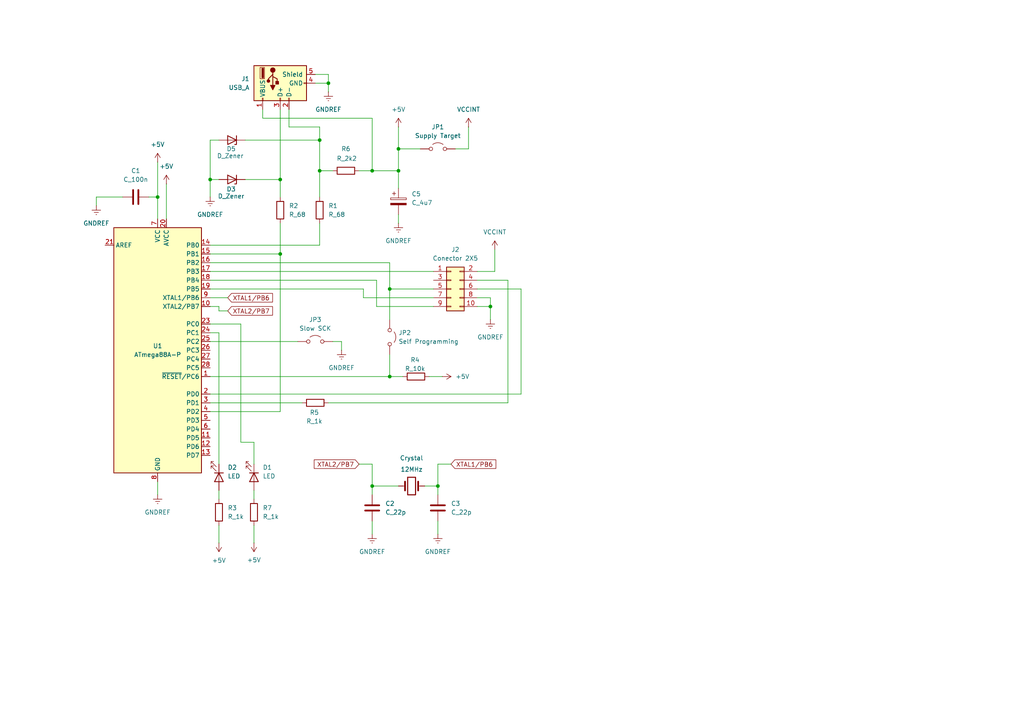
<source format=kicad_sch>
(kicad_sch (version 20231120) (generator "eeschema") (generator_version "8.0")
  (paper "A4")
  (lib_symbols
    (symbol "Connector:USB_A" (pin_names (offset 1.016))
      (property "Reference" "J" (at -5.08 11.43 0))
      (property "Value" "USB_A" (at -5.08 8.89 0))
      (symbol "USB_A_0_1"
        (rectangle (start -5.08 -7.62) (end 5.08 7.62) (stroke (width 0.254)) (fill (type background)))
        (circle (center -3.81 2.159) (radius 0.635) (stroke (width 0.254)) (fill (type outline)))
        (rectangle (start -1.524 4.826) (end -4.318 5.334) (fill (type outline)))
        (rectangle (start -1.27 4.572) (end -4.572 5.842))
        (circle (center -0.635 3.429) (radius 0.381) (stroke (width 0.254)) (fill (type outline)))
        (rectangle (start -0.127 -7.62) (end 0.127 -6.858))
        (polyline (pts (xy -3.175 2.159) (xy -2.54 2.159) (xy -1.27 3.429) (xy -0.635 3.429)) (stroke (width 0.254)))
        (polyline (pts (xy -2.54 2.159) (xy -1.905 2.159) (xy -1.27 0.889) (xy 0 0.889)) (stroke (width 0.254)))
        (polyline (pts (xy 0.635 2.794) (xy 0.635 1.524) (xy 1.905 2.159) (xy 0.635 2.794)) (stroke (width 0.254)) (fill (type outline)))
        (rectangle (start 0.254 1.27) (end -0.508 0.508) (stroke (width 0.254)) (fill (type outline)))
        (rectangle (start 5.08 -2.667) (end 4.318 -2.413))
        (rectangle (start 5.08 -0.127) (end 4.318 0.127))
        (rectangle (start 5.08 4.953) (end 4.318 5.207))
      )
      (symbol "USB_A_1_1"
        (polyline (pts (xy -1.905 2.159) (xy 0.635 2.159)) (stroke (width 0.254)))
        (pin power_in line (at 7.62 5.08 180) (length 2.54) (name "VBUS") (number "1"))
        (pin bidirectional line (at 7.62 -2.54 180) (length 2.54) (name "D-") (number "2"))
        (pin bidirectional line (at 7.62 0 180) (length 2.54) (name "D+") (number "3"))
        (pin power_in line (at 0 -10.16 90) (length 2.54) (name "GND") (number "4"))
        (pin passive line (at -2.54 -10.16 90) (length 2.54) (name "Shield") (number "5"))
      )
    )
    (symbol "Connector_Generic:Conn_02x05_Odd_Even" (pin_names (offset 1.016) hide)
      (property "Reference" "J" (at 1.27 7.62 0))
      (property "Value" "Conn_02x05_Odd_Even" (at 1.27 -7.62 0))
      (symbol "Conn_02x05_Odd_Even_1_1"
        (rectangle (start -1.27 -4.953) (end 0 -5.207) (stroke (width 0.1524)))
        (rectangle (start -1.27 -2.413) (end 0 -2.667) (stroke (width 0.1524)))
        (rectangle (start -1.27 0.127) (end 0 -0.127) (stroke (width 0.1524)))
        (rectangle (start -1.27 2.667) (end 0 2.413) (stroke (width 0.1524)))
        (rectangle (start -1.27 5.207) (end 0 4.953) (stroke (width 0.1524)))
        (rectangle (start -1.27 6.35) (end 3.81 -6.35) (stroke (width 0.254)) (fill (type background)))
        (rectangle (start 3.81 -4.953) (end 2.54 -5.207) (stroke (width 0.1524)))
        (rectangle (start 3.81 -2.413) (end 2.54 -2.667) (stroke (width 0.1524)))
        (rectangle (start 3.81 0.127) (end 2.54 -0.127) (stroke (width 0.1524)))
        (rectangle (start 3.81 2.667) (end 2.54 2.413) (stroke (width 0.1524)))
        (rectangle (start 3.81 5.207) (end 2.54 4.953) (stroke (width 0.1524)))
        (pin passive line (at -5.08 5.08 0) (length 3.81) (name "Pin_1") (number "1"))
        (pin passive line (at 7.62 -5.08 180) (length 3.81) (name "Pin_10") (number "10"))
        (pin passive line (at 7.62 5.08 180) (length 3.81) (name "Pin_2") (number "2"))
        (pin passive line (at -5.08 2.54 0) (length 3.81) (name "Pin_3") (number "3"))
        (pin passive line (at 7.62 2.54 180) (length 3.81) (name "Pin_4") (number "4"))
        (pin passive line (at -5.08 0 0) (length 3.81) (name "Pin_5") (number "5"))
        (pin passive line (at 7.62 0 180) (length 3.81) (name "Pin_6") (number "6"))
        (pin passive line (at -5.08 -2.54 0) (length 3.81) (name "Pin_7") (number "7"))
        (pin passive line (at 7.62 -2.54 180) (length 3.81) (name "Pin_8") (number "8"))
        (pin passive line (at -5.08 -5.08 0) (length 3.81) (name "Pin_9") (number "9"))
      )
    )
    (symbol "Device:C" (pin_numbers hide) (pin_names (offset 0.254))
      (property "Reference" "C" (at 0.635 2.54 0))
      (property "Value" "C" (at 0.635 -2.54 0))
      (symbol "C_0_1"
        (polyline (pts (xy -2.032 -0.762) (xy 2.032 -0.762)) (stroke (width 0.508)))
        (polyline (pts (xy -2.032 0.762) (xy 2.032 0.762)) (stroke (width 0.508)))
      )
      (symbol "C_1_1"
        (pin passive line (at 0 3.81 270) (length 2.794) (name "~") (number "1"))
        (pin passive line (at 0 -3.81 90) (length 2.794) (name "~") (number "2"))
      )
    )
    (symbol "Device:C_Polarized" (pin_numbers hide) (pin_names (offset 0.254))
      (property "Reference" "C" (at 0.635 2.54 0))
      (property "Value" "C_Polarized" (at 0.635 -2.54 0))
      (symbol "C_Polarized_0_1"
        (rectangle (start -2.286 0.508) (end 2.286 1.016))
        (polyline (pts (xy -1.778 2.286) (xy -0.762 2.286)))
        (polyline (pts (xy -1.27 2.794) (xy -1.27 1.778)))
        (rectangle (start 2.286 -0.508) (end -2.286 -1.016) (fill (type outline)))
      )
      (symbol "C_Polarized_1_1"
        (pin passive line (at 0 3.81 270) (length 2.794) (name "~") (number "1"))
        (pin passive line (at 0 -3.81 90) (length 2.794) (name "~") (number "2"))
      )
    )
    (symbol "Device:Crystal" (pin_numbers hide) (pin_names (offset 1.016) hide)
      (property "Reference" "Y" (at 0 3.81 0))
      (property "Value" "Crystal" (at 0 -3.81 0))
      (symbol "Crystal_0_1"
        (rectangle (start -1.143 2.54) (end 1.143 -2.54) (stroke (width 0.3048)))
        (polyline (pts (xy -2.54 0) (xy -1.905 0)))
        (polyline (pts (xy -1.905 -1.27) (xy -1.905 1.27)) (stroke (width 0.508)))
        (polyline (pts (xy 1.905 -1.27) (xy 1.905 1.27)) (stroke (width 0.508)))
        (polyline (pts (xy 2.54 0) (xy 1.905 0)))
      )
      (symbol "Crystal_1_1"
        (pin passive line (at -3.81 0 0) (length 1.27) (name "1") (number "1"))
        (pin passive line (at 3.81 0 180) (length 1.27) (name "2") (number "2"))
      )
    )
    (symbol "Device:D_Zener" (pin_numbers hide) (pin_names (offset 1.016) hide)
      (property "Reference" "D" (at 0 2.54 0))
      (property "Value" "D_Zener" (at 0 -2.54 0))
      (symbol "D_Zener_0_1"
        (polyline (pts (xy 1.27 0) (xy -1.27 0)))
        (polyline (pts (xy -1.27 -1.27) (xy -1.27 1.27) (xy -0.762 1.27)) (stroke (width 0.254)))
        (polyline (pts (xy 1.27 -1.27) (xy 1.27 1.27) (xy -1.27 0) (xy 1.27 -1.27)) (stroke (width 0.254)))
      )
      (symbol "D_Zener_1_1"
        (pin passive line (at -3.81 0 0) (length 2.54) (name "K") (number "1"))
        (pin passive line (at 3.81 0 180) (length 2.54) (name "A") (number "2"))
      )
    )
    (symbol "Device:LED" (pin_numbers hide) (pin_names (offset 1.016) hide)
      (property "Reference" "D" (at 0 2.54 0))
      (property "Value" "LED" (at 0 -2.54 0))
      (symbol "LED_0_1"
        (polyline (pts (xy -1.27 -1.27) (xy -1.27 1.27)) (stroke (width 0.254)))
        (polyline (pts (xy -1.27 0) (xy 1.27 0)))
        (polyline (pts (xy 1.27 -1.27) (xy 1.27 1.27) (xy -1.27 0) (xy 1.27 -1.27)) (stroke (width 0.254)))
        (polyline (pts (xy -3.048 -0.762) (xy -4.572 -2.286) (xy -3.81 -2.286) (xy -4.572 -2.286) (xy -4.572 -1.524)))
        (polyline (pts (xy -1.778 -0.762) (xy -3.302 -2.286) (xy -2.54 -2.286) (xy -3.302 -2.286) (xy -3.302 -1.524)))
      )
      (symbol "LED_1_1"
        (pin passive line (at -3.81 0 0) (length 2.54) (name "K") (number "1"))
        (pin passive line (at 3.81 0 180) (length 2.54) (name "A") (number "2"))
      )
    )
    (symbol "Device:R" (pin_numbers hide) (pin_names (offset 0))
      (property "Reference" "R" (at 2.032 0 90))
      (property "Value" "R" (at 0 0 90))
      (symbol "R_0_1"
        (rectangle (start -1.016 -2.54) (end 1.016 2.54) (stroke (width 0.254)))
      )
      (symbol "R_1_1"
        (pin passive line (at 0 3.81 270) (length 1.27) (name "~") (number "1"))
        (pin passive line (at 0 -3.81 90) (length 1.27) (name "~") (number "2"))
      )
    )
    (symbol "Jumper:Jumper_2_Open" (pin_numbers hide) (pin_names (offset 0) hide) (exclude_from_sim yes)
      (property "Reference" "JP" (at 0 2.794 0))
      (property "Value" "Jumper_2_Open" (at 0 -2.286 0))
      (symbol "Jumper_2_Open_0_0"
        (circle (center -2.032 0) (radius 0.508))
        (circle (center 2.032 0) (radius 0.508))
      )
      (symbol "Jumper_2_Open_0_1"
        (arc (start 1.524 1.27) (mid 0 1.778) (end -1.524 1.27))
      )
      (symbol "Jumper_2_Open_1_1"
        (pin passive line (at -5.08 0 0) (length 2.54) (name "A") (number "1"))
        (pin passive line (at 5.08 0 180) (length 2.54) (name "B") (number "2"))
      )
    )
    (symbol "MCU_Microchip_ATmega:ATmega88A-P"
      (property "Reference" "U" (at -12.7 36.83 0))
      (property "Value" "ATmega88A-P" (at 2.54 -36.83 0))
      (symbol "ATmega88A-P_0_1"
        (rectangle (start -12.7 -35.56) (end 12.7 35.56) (stroke (width 0.254)) (fill (type background)))
      )
      (symbol "ATmega88A-P_1_1"
        (pin bidirectional line (at 15.24 -7.62 180) (length 2.54) (name "~{RESET}/PC6") (number "1"))
        (pin bidirectional line (at 15.24 12.7 180) (length 2.54) (name "XTAL2/PB7") (number "10"))
        (pin bidirectional line (at 15.24 -25.4 180) (length 2.54) (name "PD5") (number "11"))
        (pin bidirectional line (at 15.24 -27.94 180) (length 2.54) (name "PD6") (number "12"))
        (pin bidirectional line (at 15.24 -30.48 180) (length 2.54) (name "PD7") (number "13"))
        (pin bidirectional line (at 15.24 30.48 180) (length 2.54) (name "PB0") (number "14"))
        (pin bidirectional line (at 15.24 27.94 180) (length 2.54) (name "PB1") (number "15"))
        (pin bidirectional line (at 15.24 25.4 180) (length 2.54) (name "PB2") (number "16"))
        (pin bidirectional line (at 15.24 22.86 180) (length 2.54) (name "PB3") (number "17"))
        (pin bidirectional line (at 15.24 20.32 180) (length 2.54) (name "PB4") (number "18"))
        (pin bidirectional line (at 15.24 17.78 180) (length 2.54) (name "PB5") (number "19"))
        (pin bidirectional line (at 15.24 -12.7 180) (length 2.54) (name "PD0") (number "2"))
        (pin power_in line (at 2.54 38.1 270) (length 2.54) (name "AVCC") (number "20"))
        (pin passive line (at -15.24 30.48 0) (length 2.54) (name "AREF") (number "21"))
        (pin passive line (at 0 -38.1 90) (length 2.54) hide (name "GND") (number "22"))
        (pin bidirectional line (at 15.24 7.62 180) (length 2.54) (name "PC0") (number "23"))
        (pin bidirectional line (at 15.24 5.08 180) (length 2.54) (name "PC1") (number "24"))
        (pin bidirectional line (at 15.24 2.54 180) (length 2.54) (name "PC2") (number "25"))
        (pin bidirectional line (at 15.24 0 180) (length 2.54) (name "PC3") (number "26"))
        (pin bidirectional line (at 15.24 -2.54 180) (length 2.54) (name "PC4") (number "27"))
        (pin bidirectional line (at 15.24 -5.08 180) (length 2.54) (name "PC5") (number "28"))
        (pin bidirectional line (at 15.24 -15.24 180) (length 2.54) (name "PD1") (number "3"))
        (pin bidirectional line (at 15.24 -17.78 180) (length 2.54) (name "PD2") (number "4"))
        (pin bidirectional line (at 15.24 -20.32 180) (length 2.54) (name "PD3") (number "5"))
        (pin bidirectional line (at 15.24 -22.86 180) (length 2.54) (name "PD4") (number "6"))
        (pin power_in line (at 0 38.1 270) (length 2.54) (name "VCC") (number "7"))
        (pin power_in line (at 0 -38.1 90) (length 2.54) (name "GND") (number "8"))
        (pin bidirectional line (at 15.24 15.24 180) (length 2.54) (name "XTAL1/PB6") (number "9"))
      )
    )
    (symbol "power:+5V" (power) (pin_numbers hide) (pin_names (offset 0) hide)
      (property "Value" "+5V" (at 0 3.556 0))
      (symbol "+5V_0_1"
        (polyline (pts (xy -0.762 1.27) (xy 0 2.54)))
        (polyline (pts (xy 0 0) (xy 0 2.54)))
        (polyline (pts (xy 0 2.54) (xy 0.762 1.27)))
      )
      (symbol "+5V_1_1"
        (pin power_in line (at 0 0 90) (length 0) (name "~") (number "1"))
      )
    )
    (symbol "power:GNDREF" (power) (pin_numbers hide) (pin_names (offset 0) hide)
      (property "Value" "GNDREF" (at 0 -3.81 0))
      (symbol "GNDREF_0_1"
        (polyline (pts (xy -0.635 -1.905) (xy 0.635 -1.905)))
        (polyline (pts (xy -0.127 -2.54) (xy 0.127 -2.54)))
        (polyline (pts (xy 0 -1.27) (xy 0 0)))
        (polyline (pts (xy 1.27 -1.27) (xy -1.27 -1.27)))
      )
      (symbol "GNDREF_1_1"
        (pin power_in line (at 0 0 270) (length 0) (name "~") (number "1"))
      )
    )
    (symbol "power:VCC" (power) (pin_numbers hide) (pin_names (offset 0) hide)
      (property "Value" "VCC" (at 0 3.556 0))
      (symbol "VCC_0_1"
        (polyline (pts (xy -0.762 1.27) (xy 0 2.54)))
        (polyline (pts (xy 0 0) (xy 0 2.54)))
        (polyline (pts (xy 0 2.54) (xy 0.762 1.27)))
      )
      (symbol "VCC_1_1"
        (pin power_in line (at 0 0 90) (length 0) (name "~") (number "1"))
      )
    )
  )
  (junction (at 113.03 109.22))
  (junction (at 81.28 52.07))
  (junction (at 115.57 49.53))
  (junction (at 92.71 40.64))
  (junction (at 127 140.97))
  (junction (at 95.25 24.13))
  (junction (at 142.24 88.9))
  (junction (at 107.95 49.53))
  (junction (at 81.28 73.66))
  (junction (at 60.96 52.07))
  (junction (at 92.71 49.53))
  (junction (at 113.03 83.82))
  (junction (at 107.95 140.97))
  (junction (at 115.57 43.18))
  (junction (at 45.72 57.15))
  (wire (pts (xy 27.94 57.15) (xy 27.94 59.69)))
  (wire (pts (xy 71.12 52.07) (xy 81.28 52.07)))
  (wire (pts (xy 60.96 109.22) (xy 113.03 109.22)))
  (wire (pts (xy 115.57 140.97) (xy 107.95 140.97)))
  (wire (pts (xy 60.96 99.06) (xy 86.36 99.06)))
  (wire (pts (xy 151.13 114.3) (xy 151.13 83.82)))
  (wire (pts (xy 113.03 76.2) (xy 113.03 83.82)))
  (wire (pts (xy 113.03 83.82) (xy 113.03 92.71)))
  (wire (pts (xy 127 134.62) (xy 130.81 134.62)))
  (wire (pts (xy 60.96 57.15) (xy 60.96 52.07)))
  (wire (pts (xy 115.57 36.83) (xy 115.57 43.18)))
  (wire (pts (xy 92.71 71.12) (xy 92.71 64.77)))
  (wire (pts (xy 45.72 139.7) (xy 45.72 143.51)))
  (wire (pts (xy 115.57 43.18) (xy 115.57 49.53)))
  (wire (pts (xy 92.71 49.53) (xy 92.71 57.15)))
  (wire (pts (xy 121.92 43.18) (xy 115.57 43.18)))
  (wire (pts (xy 138.43 88.9) (xy 142.24 88.9)))
  (wire (pts (xy 83.82 36.83) (xy 92.71 36.83)))
  (wire (pts (xy 76.2 34.29) (xy 76.2 31.75)))
  (wire (pts (xy 69.85 128.27) (xy 73.66 128.27)))
  (wire (pts (xy 60.96 96.52) (xy 63.5 96.52)))
  (wire (pts (xy 92.71 49.53) (xy 96.52 49.53)))
  (wire (pts (xy 45.72 46.99) (xy 45.72 57.15)))
  (wire (pts (xy 95.25 21.59) (xy 95.25 24.13)))
  (wire (pts (xy 115.57 62.23) (xy 115.57 64.77)))
  (wire (pts (xy 91.44 21.59) (xy 95.25 21.59)))
  (wire (pts (xy 63.5 142.24) (xy 63.5 144.78)))
  (wire (pts (xy 113.03 102.87) (xy 113.03 109.22)))
  (wire (pts (xy 96.52 99.06) (xy 99.06 99.06)))
  (wire (pts (xy 142.24 86.36) (xy 138.43 86.36)))
  (wire (pts (xy 151.13 83.82) (xy 138.43 83.82)))
  (wire (pts (xy 60.96 73.66) (xy 81.28 73.66)))
  (wire (pts (xy 60.96 83.82) (xy 105.41 83.82)))
  (wire (pts (xy 63.5 96.52) (xy 63.5 134.62)))
  (wire (pts (xy 127 140.97) (xy 127 143.51)))
  (wire (pts (xy 45.72 63.5) (xy 45.72 57.15)))
  (wire (pts (xy 113.03 83.82) (xy 125.73 83.82)))
  (wire (pts (xy 135.89 43.18) (xy 135.89 36.83)))
  (wire (pts (xy 105.41 86.36) (xy 105.41 83.82)))
  (wire (pts (xy 109.22 88.9) (xy 109.22 81.28)))
  (wire (pts (xy 107.95 140.97) (xy 107.95 143.51)))
  (wire (pts (xy 138.43 81.28) (xy 147.32 81.28)))
  (wire (pts (xy 69.85 93.98) (xy 69.85 128.27)))
  (wire (pts (xy 60.96 40.64) (xy 63.5 40.64)))
  (wire (pts (xy 142.24 92.71) (xy 142.24 88.9)))
  (wire (pts (xy 125.73 86.36) (xy 105.41 86.36)))
  (wire (pts (xy 138.43 78.74) (xy 143.51 78.74)))
  (wire (pts (xy 48.26 53.34) (xy 48.26 63.5)))
  (wire (pts (xy 81.28 31.75) (xy 81.28 52.07)))
  (wire (pts (xy 124.46 109.22) (xy 128.27 109.22)))
  (wire (pts (xy 127 134.62) (xy 127 140.97)))
  (wire (pts (xy 60.96 114.3) (xy 151.13 114.3)))
  (wire (pts (xy 92.71 36.83) (xy 92.71 40.64)))
  (wire (pts (xy 60.96 76.2) (xy 113.03 76.2)))
  (wire (pts (xy 107.95 151.13) (xy 107.95 154.94)))
  (wire (pts (xy 107.95 134.62) (xy 107.95 140.97)))
  (wire (pts (xy 92.71 40.64) (xy 92.71 49.53)))
  (wire (pts (xy 143.51 78.74) (xy 143.51 72.39)))
  (wire (pts (xy 113.03 109.22) (xy 116.84 109.22)))
  (wire (pts (xy 104.14 49.53) (xy 107.95 49.53)))
  (wire (pts (xy 115.57 49.53) (xy 107.95 49.53)))
  (wire (pts (xy 69.85 93.98) (xy 60.96 93.98)))
  (wire (pts (xy 127 151.13) (xy 127 154.94)))
  (wire (pts (xy 63.5 88.9) (xy 63.5 90.17)))
  (wire (pts (xy 83.82 31.75) (xy 83.82 36.83)))
  (wire (pts (xy 123.19 140.97) (xy 127 140.97)))
  (wire (pts (xy 60.96 78.74) (xy 125.73 78.74)))
  (wire (pts (xy 60.96 81.28) (xy 109.22 81.28)))
  (wire (pts (xy 73.66 152.4) (xy 73.66 157.48)))
  (wire (pts (xy 60.96 52.07) (xy 60.96 40.64)))
  (wire (pts (xy 45.72 57.15) (xy 43.18 57.15)))
  (wire (pts (xy 60.96 119.38) (xy 81.28 119.38)))
  (wire (pts (xy 60.96 116.84) (xy 87.63 116.84)))
  (wire (pts (xy 125.73 88.9) (xy 109.22 88.9)))
  (wire (pts (xy 132.08 43.18) (xy 135.89 43.18)))
  (wire (pts (xy 73.66 142.24) (xy 73.66 144.78)))
  (wire (pts (xy 60.96 71.12) (xy 92.71 71.12)))
  (wire (pts (xy 60.96 88.9) (xy 63.5 88.9)))
  (wire (pts (xy 63.5 152.4) (xy 63.5 157.48)))
  (wire (pts (xy 147.32 116.84) (xy 95.25 116.84)))
  (wire (pts (xy 115.57 49.53) (xy 115.57 54.61)))
  (wire (pts (xy 107.95 34.29) (xy 76.2 34.29)))
  (wire (pts (xy 35.56 57.15) (xy 27.94 57.15)))
  (wire (pts (xy 73.66 128.27) (xy 73.66 134.62)))
  (wire (pts (xy 63.5 90.17) (xy 66.04 90.17)))
  (wire (pts (xy 91.44 24.13) (xy 95.25 24.13)))
  (wire (pts (xy 107.95 49.53) (xy 107.95 34.29)))
  (wire (pts (xy 99.06 99.06) (xy 99.06 101.6)))
  (wire (pts (xy 107.95 134.62) (xy 104.14 134.62)))
  (wire (pts (xy 81.28 119.38) (xy 81.28 73.66)))
  (wire (pts (xy 81.28 52.07) (xy 81.28 57.15)))
  (wire (pts (xy 147.32 81.28) (xy 147.32 116.84)))
  (wire (pts (xy 81.28 64.77) (xy 81.28 73.66)))
  (wire (pts (xy 71.12 40.64) (xy 92.71 40.64)))
  (wire (pts (xy 60.96 52.07) (xy 63.5 52.07)))
  (wire (pts (xy 142.24 88.9) (xy 142.24 86.36)))
  (wire (pts (xy 60.96 86.36) (xy 66.04 86.36)))
  (wire (pts (xy 95.25 24.13) (xy 95.25 26.67)))
  (global_label "XTAL1{slash}PB6" (shape input) (at 130.81 134.62 0) (property "Intersheetrefs" "${INTERSHEET_REFS}" (effects (hide yes))))
  (global_label "XTAL1{slash}PB6" (shape input) (at 66.04 86.36 0) (property "Intersheetrefs" "${INTERSHEET_REFS}" (effects (hide yes))))
  (global_label "XTAL2{slash}PB7" (shape input) (at 104.14 134.62 180) (property "Intersheetrefs" "${INTERSHEET_REFS}" (effects (hide yes))))
  (global_label "XTAL2{slash}PB7" (shape input) (at 66.04 90.17 0) (property "Intersheetrefs" "${INTERSHEET_REFS}" (effects (hide yes))))
  (symbol (lib_id "power:+5V") (at 48.26 53.34 0) (unit 1)
    (property "Reference" "#PWR015" (effects (hide yes)))
    (property "Value" "+5V" (at 48.26 48.26 0))
    (property "Description" "Power symbol creates a global label with name \"+5V\"" (effects (hide yes)))
  )
  (symbol (lib_id "Device:LED") (at 73.66 138.43 270) (unit 1)
    (property "Reference" "D1" (at 76.2 135.5724 90) (effects (justify left)))
    (property "Value" "LED" (at 76.2 138.1124 90) (effects (justify left)))
    (property "Description" "Light emitting diode" (effects (hide yes)))
  )
  (symbol (lib_id "power:GNDREF") (at 99.06 101.6 0) (unit 1)
    (property "Reference" "#PWR04" (effects (hide yes)))
    (property "Value" "GNDREF" (at 99.06 106.68 0))
    (property "Description" "Power symbol creates a global label with name \"GNDREF\" , reference supply ground" (effects (hide yes)))
  )
  (symbol (lib_id "Device:Crystal") (at 119.38 140.97 0) (unit 1)
    (property "Reference" "12MHz" (at 119.38 136.144 0))
    (property "Value" "Crystal" (at 119.38 132.842 0))
    (property "Description" "Two pin crystal" (effects (hide yes)))
  )
  (symbol (lib_id "power:+5V") (at 115.57 36.83 0) (unit 1)
    (property "Reference" "#PWR013" (effects (hide yes)))
    (property "Value" "+5V" (at 115.57 31.75 0))
    (property "Description" "Power symbol creates a global label with name \"+5V\"" (effects (hide yes)))
  )
  (symbol (lib_id "power:VCC") (at 135.89 36.83 0) (unit 1)
    (property "Reference" "#PWR016" (effects (hide yes)))
    (property "Value" "VCCINT" (at 135.89 31.75 0))
    (property "Description" "Power symbol creates a global label with name \"VCC\"" (effects (hide yes)))
  )
  (symbol (lib_id "power:GNDREF") (at 45.72 143.51 0) (unit 1)
    (property "Reference" "#PWR09" (effects (hide yes)))
    (property "Value" "GNDREF" (at 45.72 148.59 0))
    (property "Description" "Power symbol creates a global label with name \"GNDREF\" , reference supply ground" (effects (hide yes)))
  )
  (symbol (lib_id "Device:D_Zener") (at 67.31 52.07 180) (unit 1)
    (property "Reference" "D3" (at 67.056 54.864 0))
    (property "Value" "D_Zener" (at 67.056 56.896 0))
    (property "Description" "Zener diode" (effects (hide yes)))
  )
  (symbol (lib_id "power:GNDREF") (at 107.95 154.94 0) (unit 1)
    (property "Reference" "#PWR05" (effects (hide yes)))
    (property "Value" "GNDREF" (at 107.95 160.02 0))
    (property "Description" "Power symbol creates a global label with name \"GNDREF\" , reference supply ground" (effects (hide yes)))
  )
  (symbol (lib_id "Jumper:Jumper_2_Open") (at 91.44 99.06 0) (unit 1) (exclude_from_sim yes)
    (property "Reference" "JP3" (at 91.44 92.71 0))
    (property "Value" "Slow SCK" (at 91.44 95.25 0))
    (property "Footprint" "TestPoint:TestPoint_2Pads_Pitch5.08mm_Drill1.3mm" (effects (hide yes)))
    (property "Description" "Jumper, 2-pole, open" (effects (hide yes)))
  )
  (symbol (lib_id "Device:R") (at 73.66 148.59 0) (unit 1)
    (property "Reference" "R7" (at 76.2 147.3199 0) (effects (justify left)))
    (property "Value" "R_1k" (at 76.2 149.8599 0) (effects (justify left)))
    (property "Description" "Resistor" (effects (hide yes)))
  )
  (symbol (lib_id "power:GNDREF") (at 127 154.94 0) (unit 1)
    (property "Reference" "#PWR06" (effects (hide yes)))
    (property "Value" "GNDREF" (at 127 160.02 0))
    (property "Description" "Power symbol creates a global label with name \"GNDREF\" , reference supply ground" (effects (hide yes)))
  )
  (symbol (lib_id "power:GNDREF") (at 95.25 26.67 0) (unit 1)
    (property "Reference" "#PWR011" (effects (hide yes)))
    (property "Value" "GNDREF" (at 95.25 31.75 0))
    (property "Description" "Power symbol creates a global label with name \"GNDREF\" , reference supply ground" (effects (hide yes)))
  )
  (symbol (lib_id "Device:R") (at 91.44 116.84 90) (unit 1)
    (property "Reference" "R5" (at 91.186 119.634 90))
    (property "Value" "R_1k" (at 91.186 122.174 90))
    (property "Description" "Resistor" (effects (hide yes)))
  )
  (symbol (lib_id "MCU_Microchip_ATmega:ATmega88A-P") (at 45.72 101.6 0) (unit 1)
    (property "Reference" "U1" (at 45.72 100.33 0))
    (property "Value" "ATmega88A-P" (at 45.72 102.87 0))
    (property "Footprint" "Package_DIP:DIP-28_W7.62mm" (effects (hide yes)))
    (property "Datasheet" "http://ww1.microchip.com/downloads/en/DeviceDoc/ATmega48A_88A_168A-Data-Sheet-40002007A.pdf" (effects (hide yes)))
    (property "Description" "20MHz, 8kB Flash, 1kB SRAM, 512B EEPROM, DIP-28" (effects (hide yes)))
  )
  (symbol (lib_id "Device:D_Zener") (at 67.31 40.64 180) (unit 1)
    (property "Reference" "D5" (at 67.056 43.18 0))
    (property "Value" "D_Zener" (at 66.802 45.212 0))
    (property "Description" "Zener diode" (effects (hide yes)))
  )
  (symbol (lib_id "Device:C_Polarized") (at 115.57 58.42 0) (unit 1)
    (property "Reference" "C5" (at 119.38 56.2609 0) (effects (justify left)))
    (property "Value" "C_4u7" (at 119.38 58.8009 0) (effects (justify left)))
    (property "Description" "Polarized capacitor" (effects (hide yes)))
  )
  (symbol (lib_id "power:+5V") (at 128.27 109.22 270) (unit 1)
    (property "Reference" "#PWR012" (effects (hide yes)))
    (property "Value" "+5V" (at 132.08 109.2199 90) (effects (justify left)))
    (property "Description" "Power symbol creates a global label with name \"+5V\"" (effects (hide yes)))
  )
  (symbol (lib_id "power:GNDREF") (at 60.96 57.15 0) (unit 1)
    (property "Reference" "#PWR08" (effects (hide yes)))
    (property "Value" "GNDREF" (at 60.96 62.23 0))
    (property "Description" "Power symbol creates a global label with name \"GNDREF\" , reference supply ground" (effects (hide yes)))
  )
  (symbol (lib_id "Device:C") (at 107.95 147.32 0) (unit 1)
    (property "Reference" "C2" (at 111.76 146.0499 0) (effects (justify left)))
    (property "Value" "C_22p" (at 111.76 148.5899 0) (effects (justify left)))
    (property "Description" "Unpolarized capacitor" (effects (hide yes)))
  )
  (symbol (lib_id "Jumper:Jumper_2_Open") (at 127 43.18 0) (unit 1) (exclude_from_sim yes)
    (property "Reference" "JP1" (at 127 36.83 0))
    (property "Value" "Supply Target" (at 127 39.37 0))
    (property "Footprint" "TestPoint:TestPoint_2Pads_Pitch5.08mm_Drill1.3mm" (effects (hide yes)))
    (property "Description" "Jumper, 2-pole, open" (effects (hide yes)))
  )
  (symbol (lib_id "Device:R") (at 63.5 148.59 0) (unit 1)
    (property "Reference" "R3" (at 66.04 147.3199 0) (effects (justify left)))
    (property "Value" "R_1k" (at 66.04 149.8599 0) (effects (justify left)))
    (property "Description" "Resistor" (effects (hide yes)))
  )
  (symbol (lib_id "Jumper:Jumper_2_Open") (at 113.03 97.79 270) (unit 1) (exclude_from_sim yes)
    (property "Reference" "JP2" (at 115.57 96.5199 90) (effects (justify left)))
    (property "Value" "Self Programming" (at 115.57 99.0599 90) (effects (justify left)))
    (property "Footprint" "TestPoint:TestPoint_2Pads_Pitch5.08mm_Drill1.3mm" (effects (hide yes)))
    (property "Description" "Jumper, 2-pole, open" (effects (hide yes)))
  )
  (symbol (lib_id "power:VCC") (at 143.51 72.39 0) (unit 1)
    (property "Reference" "#PWR017" (effects (hide yes)))
    (property "Value" "VCCINT" (at 143.51 67.31 0))
    (property "Description" "Power symbol creates a global label with name \"VCC\"" (effects (hide yes)))
  )
  (symbol (lib_id "Device:R") (at 92.71 60.96 0) (unit 1)
    (property "Reference" "R1" (at 95.25 59.6899 0) (effects (justify left)))
    (property "Value" "R_68" (at 95.25 62.2299 0) (effects (justify left)))
    (property "Description" "Resistor" (effects (hide yes)))
  )
  (symbol (lib_id "Device:R") (at 120.65 109.22 90) (unit 1)
    (property "Reference" "R4" (at 120.396 104.394 90))
    (property "Value" "R_10k" (at 120.396 106.934 90))
    (property "Description" "Resistor" (effects (hide yes)))
  )
  (symbol (lib_id "Device:C") (at 127 147.32 0) (unit 1)
    (property "Reference" "C3" (at 130.81 146.0499 0) (effects (justify left)))
    (property "Value" "C_22p" (at 130.81 148.5899 0) (effects (justify left)))
    (property "Description" "Unpolarized capacitor" (effects (hide yes)))
  )
  (symbol (lib_id "Device:C") (at 39.37 57.15 90) (unit 1)
    (property "Reference" "C1" (at 39.37 49.53 90))
    (property "Value" "C_100n" (at 39.37 52.07 90))
    (property "Description" "Unpolarized capacitor" (effects (hide yes)))
  )
  (symbol (lib_id "Connector_Generic:Conn_02x05_Odd_Even") (at 130.81 83.82 0) (unit 1)
    (property "Reference" "J2" (at 132.08 72.39 0))
    (property "Value" "Conector 2X5" (at 132.08 74.93 0))
    (property "Footprint" "Connector_IDC:IDC-Header_2x05_P2.54mm_Vertical" (effects (hide yes)))
    (property "Description" "Generic connector, double row, 02x05, odd/even pin numbering scheme (row 1 odd numbers, row 2 even numbers), script generated (kicad-library-utils/schlib/autogen/connector/)" (effects (hide yes)))
  )
  (symbol (lib_id "Device:LED") (at 63.5 138.43 270) (unit 1)
    (property "Reference" "D2" (at 66.04 135.5724 90) (effects (justify left)))
    (property "Value" "LED" (at 66.04 138.1124 90) (effects (justify left)))
    (property "Description" "Light emitting diode" (effects (hide yes)))
  )
  (symbol (lib_id "power:+5V") (at 63.5 157.48 180) (unit 1)
    (property "Reference" "#PWR01" (effects (hide yes)))
    (property "Value" "+5V" (at 63.5 162.56 0))
    (property "Description" "Power symbol creates a global label with name \"+5V\"" (effects (hide yes)))
  )
  (symbol (lib_id "power:+5V") (at 45.72 46.99 0) (unit 1)
    (property "Reference" "#PWR014" (effects (hide yes)))
    (property "Value" "+5V" (at 45.72 41.91 0))
    (property "Description" "Power symbol creates a global label with name \"+5V\"" (effects (hide yes)))
  )
  (symbol (lib_id "Device:R") (at 100.33 49.53 90) (unit 1)
    (property "Reference" "R6" (at 100.33 43.18 90))
    (property "Value" "R_2k2" (at 100.584 45.974 90))
    (property "Description" "Resistor" (effects (hide yes)))
  )
  (symbol (lib_id "Connector:USB_A") (at 81.28 24.13 90) (mirror x) (unit 1)
    (property "Reference" "J1" (at 72.39 22.8599 90) (effects (justify left)))
    (property "Value" "USB_A" (at 72.39 25.3999 90) (effects (justify left)))
    (property "Description" "USB Type A connector" (effects (hide yes)))
  )
  (symbol (lib_id "Device:R") (at 81.28 60.96 0) (unit 1)
    (property "Reference" "R2" (at 83.82 59.6899 0) (effects (justify left)))
    (property "Value" "R_68" (at 83.82 62.2299 0) (effects (justify left)))
    (property "Description" "Resistor" (effects (hide yes)))
  )
  (symbol (lib_id "power:+5V") (at 73.66 157.48 180) (unit 1)
    (property "Reference" "#PWR02" (effects (hide yes)))
    (property "Value" "+5V" (at 73.66 162.4259 0))
    (property "Description" "Power symbol creates a global label with name \"+5V\"" (effects (hide yes)))
  )
  (symbol (lib_id "power:GNDREF") (at 27.94 59.69 0) (unit 1)
    (property "Reference" "#PWR010" (effects (hide yes)))
    (property "Value" "GNDREF" (at 27.94 64.77 0))
    (property "Description" "Power symbol creates a global label with name \"GNDREF\" , reference supply ground" (effects (hide yes)))
  )
  (symbol (lib_id "power:GNDREF") (at 142.24 92.71 0) (unit 1)
    (property "Reference" "#PWR03" (effects (hide yes)))
    (property "Value" "GNDREF" (at 142.24 97.79 0))
    (property "Description" "Power symbol creates a global label with name \"GNDREF\" , reference supply ground" (effects (hide yes)))
  )
  (symbol (lib_id "power:GNDREF") (at 115.57 64.77 0) (unit 1)
    (property "Reference" "#PWR07" (effects (hide yes)))
    (property "Value" "GNDREF" (at 115.57 69.85 0))
    (property "Description" "Power symbol creates a global label with name \"GNDREF\" , reference supply ground" (effects (hide yes)))
  )
)
</source>
